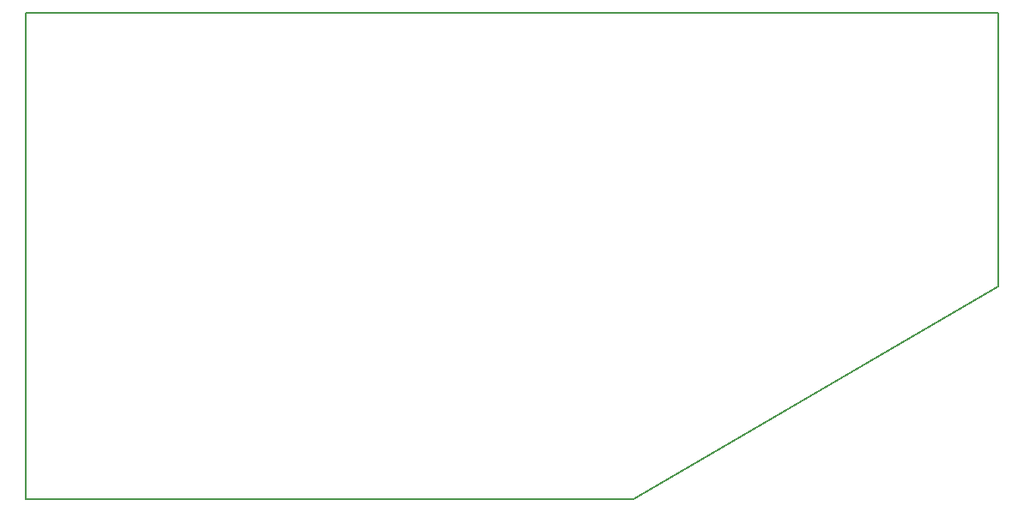
<source format=gbr>
G04 #@! TF.GenerationSoftware,KiCad,Pcbnew,(5.0.2)-1*
G04 #@! TF.CreationDate,2021-02-20T21:55:20+01:00*
G04 #@! TF.ProjectId,Radmesser,5261646d-6573-4736-9572-2e6b69636164,rev?*
G04 #@! TF.SameCoordinates,Original*
G04 #@! TF.FileFunction,Profile,NP*
%FSLAX46Y46*%
G04 Gerber Fmt 4.6, Leading zero omitted, Abs format (unit mm)*
G04 Created by KiCad (PCBNEW (5.0.2)-1) date 20.02.2021 21:55:20*
%MOMM*%
%LPD*%
G01*
G04 APERTURE LIST*
%ADD10C,0.200000*%
%ADD11C,0.150000*%
G04 APERTURE END LIST*
D10*
X231000000Y-88000000D02*
X135000000Y-88000000D01*
X231000000Y-115000000D02*
X231000000Y-88000000D01*
D11*
X135000000Y-136000000D02*
X195000000Y-136000000D01*
X135000000Y-136000000D02*
X135000000Y-88000000D01*
X231000000Y-115000000D02*
X195000000Y-136000000D01*
M02*

</source>
